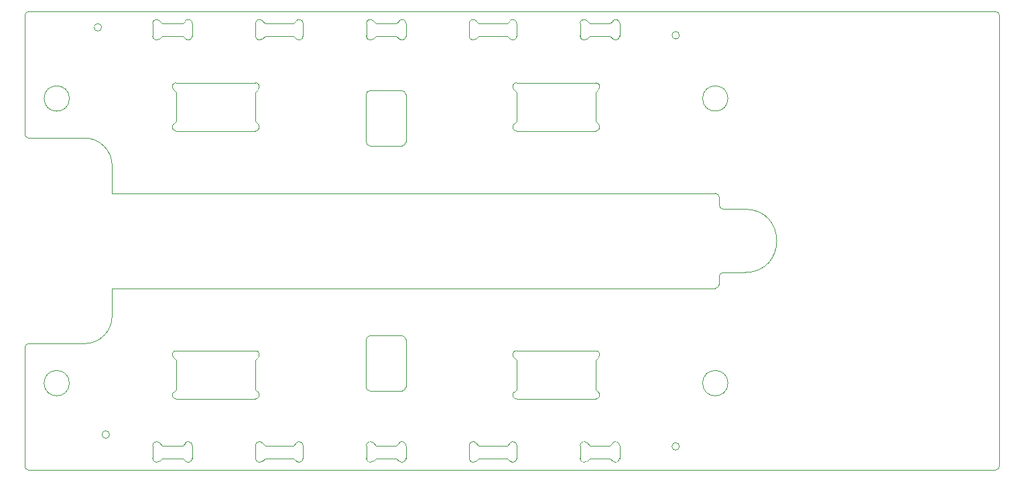
<source format=gm1>
G04 #@! TF.GenerationSoftware,KiCad,Pcbnew,(6.0.1-0)*
G04 #@! TF.CreationDate,2022-03-09T19:17:37+09:00*
G04 #@! TF.ProjectId,photo-single,70686f74-6f2d-4736-996e-676c652e6b69,rev?*
G04 #@! TF.SameCoordinates,Original*
G04 #@! TF.FileFunction,Profile,NP*
%FSLAX46Y46*%
G04 Gerber Fmt 4.6, Leading zero omitted, Abs format (unit mm)*
G04 Created by KiCad (PCBNEW (6.0.1-0)) date 2022-03-09 19:17:37*
%MOMM*%
%LPD*%
G01*
G04 APERTURE LIST*
G04 #@! TA.AperFunction,Profile*
%ADD10C,0.100000*%
G04 #@! TD*
G04 APERTURE END LIST*
D10*
X173600000Y-82000000D02*
G75*
G03*
X173600000Y-82000000I-1600000J0D01*
G01*
X90400000Y-82000000D02*
G75*
G03*
X90400000Y-82000000I-1600000J0D01*
G01*
X119060497Y-74455302D02*
X118706944Y-74101749D01*
X156899050Y-84894642D02*
X157252604Y-85248195D01*
X104706944Y-74101749D02*
X102121157Y-74101749D01*
X103899050Y-80001749D02*
X113899050Y-80001749D01*
X115121157Y-74101749D02*
X114767604Y-74455302D01*
X156899050Y-81208855D02*
X156899050Y-84894642D01*
X156899050Y-86101750D02*
G75*
G03*
X157252604Y-85248195I0J500001D01*
G01*
X105060497Y-74455302D02*
X104706944Y-74101749D01*
X114252603Y-80855302D02*
G75*
G03*
X113899050Y-80001749I-353552J353554D01*
G01*
X141767603Y-72148196D02*
G75*
G03*
X140914050Y-72501749I-353554J-353552D01*
G01*
X119914050Y-72501749D02*
X119914050Y-74101749D01*
X102121157Y-74101749D02*
X101767604Y-74455302D01*
X129121157Y-72501749D02*
X131706944Y-72501749D01*
X128767604Y-72148195D02*
X129121157Y-72501749D01*
X101767604Y-72148195D02*
X102121157Y-72501749D01*
X115121157Y-72501749D02*
X118706944Y-72501749D01*
X113899050Y-86101749D02*
X103899050Y-86101749D01*
X156121157Y-74101749D02*
X155767604Y-74455302D01*
X104706944Y-72501749D02*
X105060497Y-72148195D01*
X155767603Y-72148196D02*
G75*
G03*
X154914050Y-72501749I-353554J-353552D01*
G01*
X118706944Y-74101749D02*
X115121157Y-74101749D01*
X103899050Y-80001750D02*
G75*
G03*
X103545497Y-80855302I0J-499999D01*
G01*
X146914050Y-72501749D02*
X146914050Y-74101749D01*
X159914049Y-72501750D02*
G75*
G03*
X159060497Y-72148195I-499999J2D01*
G01*
X207399000Y-71000000D02*
X85264000Y-71000000D01*
X156121157Y-72501749D02*
X158706944Y-72501749D01*
X113899050Y-81208855D02*
X113899050Y-84894642D01*
X140914050Y-74101749D02*
X140914050Y-72501749D01*
X146060497Y-74455302D02*
X145706944Y-74101749D01*
X119060497Y-74455302D02*
G75*
G03*
X119914050Y-74101749I353554J353552D01*
G01*
X142121157Y-72501749D02*
X145706944Y-72501749D01*
X159060497Y-74455302D02*
X158706944Y-74101749D01*
X100914050Y-74101750D02*
G75*
G03*
X101767604Y-74455302I500000J1D01*
G01*
X101767603Y-72148196D02*
G75*
G03*
X100914050Y-72501749I-353554J-353552D01*
G01*
X102121157Y-72501749D02*
X104706944Y-72501749D01*
X141767604Y-72148195D02*
X142121157Y-72501749D01*
X103899050Y-84894642D02*
X103899050Y-81208855D01*
X132914049Y-72501750D02*
G75*
G03*
X132060497Y-72148195I-499999J2D01*
G01*
X158706944Y-72501749D02*
X159060497Y-72148195D01*
X146545497Y-85248195D02*
X146899050Y-84894642D01*
X155767604Y-72148195D02*
X156121157Y-72501749D01*
X105914049Y-72501750D02*
G75*
G03*
X105060497Y-72148195I-499999J2D01*
G01*
X140914050Y-74101750D02*
G75*
G03*
X141767604Y-74455302I500000J1D01*
G01*
X100914050Y-74101749D02*
X100914050Y-72501749D01*
X114252604Y-80855302D02*
X113899050Y-81208855D01*
X154914050Y-74101750D02*
G75*
G03*
X155767604Y-74455302I500000J1D01*
G01*
X158706944Y-74101749D02*
X156121157Y-74101749D01*
X103545497Y-85248196D02*
G75*
G03*
X103899050Y-86101749I353552J-353554D01*
G01*
X142121157Y-74101749D02*
X141767604Y-74455302D01*
X146545497Y-85248196D02*
G75*
G03*
X146899050Y-86101749I353552J-353554D01*
G01*
X113899050Y-86101750D02*
G75*
G03*
X114252604Y-85248195I0J500001D01*
G01*
X154914050Y-74101749D02*
X154914050Y-72501749D01*
X103899050Y-81208855D02*
X103545497Y-80855302D01*
X103545497Y-85248195D02*
X103899050Y-84894642D01*
X113899050Y-84894642D02*
X114252604Y-85248195D01*
X146914049Y-72501750D02*
G75*
G03*
X146060497Y-72148195I-499999J2D01*
G01*
X145706944Y-74101749D02*
X142121157Y-74101749D01*
X156899050Y-86101749D02*
X146899050Y-86101749D01*
X131706944Y-72501749D02*
X132060497Y-72148195D01*
X95800000Y-94000000D02*
X172000000Y-94000000D01*
X113914050Y-74101749D02*
X113914050Y-72501749D01*
X145706944Y-72501749D02*
X146060497Y-72148195D01*
X146899050Y-81208855D02*
X146545497Y-80855302D01*
X159914050Y-72501749D02*
X159914050Y-74101749D01*
X146899050Y-84894642D02*
X146899050Y-81208855D01*
X114767603Y-72148196D02*
G75*
G03*
X113914050Y-72501749I-353554J-353552D01*
G01*
X132060497Y-74455302D02*
G75*
G03*
X132914050Y-74101749I353554J353552D01*
G01*
X105060497Y-74455302D02*
G75*
G03*
X105914050Y-74101749I353554J353552D01*
G01*
X95800000Y-90500000D02*
X95800000Y-94000000D01*
X159060497Y-74455302D02*
G75*
G03*
X159914050Y-74101749I353554J353552D01*
G01*
X105914050Y-72501749D02*
X105914050Y-74101749D01*
X146899050Y-80001750D02*
G75*
G03*
X146545497Y-80855302I0J-499999D01*
G01*
X113914050Y-74101750D02*
G75*
G03*
X114767604Y-74455302I500000J1D01*
G01*
X114767604Y-72148195D02*
X115121157Y-72501749D01*
X132914050Y-72501749D02*
X132914050Y-74101749D01*
X127914050Y-74101750D02*
G75*
G03*
X128767604Y-74455302I500000J1D01*
G01*
X146060497Y-74455302D02*
G75*
G03*
X146914050Y-74101749I353554J353552D01*
G01*
X127914050Y-74101749D02*
X127914050Y-72501749D01*
X128767603Y-72148196D02*
G75*
G03*
X127914050Y-72501749I-353554J-353552D01*
G01*
X119914049Y-72501750D02*
G75*
G03*
X119060497Y-72148195I-499999J2D01*
G01*
X129121157Y-74101749D02*
X128767604Y-74455302D01*
X157252603Y-80855302D02*
G75*
G03*
X156899050Y-80001749I-353552J353554D01*
G01*
X118706944Y-72501749D02*
X119060497Y-72148195D01*
X131706944Y-74101749D02*
X129121157Y-74101749D01*
X157252604Y-80855302D02*
X156899050Y-81208855D01*
X132060497Y-74455302D02*
X131706944Y-74101749D01*
X95800000Y-90500000D02*
G75*
G03*
X92300000Y-87000000I-3499999J1D01*
G01*
X92300000Y-87000000D02*
X85264000Y-87000000D01*
X90400000Y-118000000D02*
G75*
G03*
X90400000Y-118000000I-1600000J0D01*
G01*
X132400000Y-119000000D02*
G75*
G03*
X132900000Y-118500000I-1J500001D01*
G01*
X127900000Y-118500000D02*
G75*
G03*
X128400000Y-119000000I500001J1D01*
G01*
X132400000Y-119000000D02*
X128400000Y-119000000D01*
X127900000Y-118500000D02*
X127900000Y-112500000D01*
X132900000Y-118500000D02*
X132900000Y-112500000D01*
X132900000Y-81500000D02*
G75*
G03*
X132400000Y-81000000I-500001J-1D01*
G01*
X128400000Y-81000000D02*
X132400000Y-81000000D01*
X132400000Y-88000000D02*
G75*
G03*
X132900000Y-87500000I-1J500001D01*
G01*
X132900000Y-87500000D02*
X132900000Y-81500000D01*
X132400000Y-88000000D02*
X128400000Y-88000000D01*
X127900000Y-87500000D02*
X127900000Y-81500000D01*
X128400000Y-81000000D02*
G75*
G03*
X127900000Y-81500000I1J-500001D01*
G01*
X94475000Y-73000000D02*
G75*
G03*
X94475000Y-73000000I-475000J0D01*
G01*
X167475000Y-74000000D02*
G75*
G03*
X167475000Y-74000000I-475000J0D01*
G01*
X167475000Y-126000000D02*
G75*
G03*
X167475000Y-126000000I-475000J0D01*
G01*
X95475000Y-124500000D02*
G75*
G03*
X95475000Y-124500000I-475000J0D01*
G01*
X84764000Y-86500000D02*
G75*
G03*
X85264000Y-87000000I500001J1D01*
G01*
X85264000Y-113000000D02*
G75*
G03*
X84764000Y-113500000I1J-500001D01*
G01*
X172500000Y-94500000D02*
G75*
G03*
X172000000Y-94000000I-500001J-1D01*
G01*
X172000000Y-106000000D02*
G75*
G03*
X172500000Y-105500000I-1J500001D01*
G01*
X156899050Y-80001749D02*
X146899050Y-80001749D01*
X172500000Y-95500000D02*
G75*
G03*
X173000000Y-96000000I500001J1D01*
G01*
X173000000Y-104000000D02*
G75*
G03*
X172500000Y-104500000I1J-500001D01*
G01*
X172500000Y-94500000D02*
X172500000Y-95500000D01*
X172500000Y-104500000D02*
X172500000Y-105500000D01*
X127900000Y-87500000D02*
G75*
G03*
X128400000Y-88000000I500001J1D01*
G01*
X129121157Y-127498251D02*
X131706944Y-127498251D01*
X95800000Y-109500000D02*
X95800000Y-106000000D01*
X103545497Y-114751805D02*
X103899050Y-115105358D01*
X115121157Y-125898251D02*
X114767604Y-125544698D01*
X140914050Y-127498251D02*
G75*
G03*
X141767603Y-127851804I500000J1D01*
G01*
X146060497Y-125544698D02*
X145706944Y-125898251D01*
X156899050Y-118791145D02*
X156899050Y-115105358D01*
X114252604Y-114751805D02*
G75*
G03*
X113899050Y-113898250I-353554J353554D01*
G01*
X128767604Y-125544698D02*
G75*
G03*
X127914050Y-125898250I-353554J-353553D01*
G01*
X119914050Y-127498251D02*
X119914050Y-125898251D01*
X85264000Y-71000000D02*
G75*
G03*
X84764000Y-71500000I1J-500001D01*
G01*
X113914050Y-125898251D02*
X113914050Y-127498251D01*
X101767604Y-127851805D02*
X102121157Y-127498251D01*
X156899050Y-115105358D02*
X157252604Y-114751805D01*
X156899050Y-113898251D02*
X146899050Y-113898251D01*
X113899050Y-119998251D02*
G75*
G03*
X114252603Y-119144698I-1J500000D01*
G01*
X131706944Y-127498251D02*
X132060497Y-127851805D01*
X103899050Y-119998251D02*
X113899050Y-119998251D01*
X105914050Y-127498251D02*
X105914050Y-125898251D01*
X173000000Y-96000000D02*
X175764000Y-96000000D01*
X146545497Y-119144698D02*
G75*
G03*
X146899050Y-119998250I353553J-353553D01*
G01*
X145706944Y-125898251D02*
X142121157Y-125898251D01*
X128400000Y-112000000D02*
G75*
G03*
X127900000Y-112500000I1J-500001D01*
G01*
X119060497Y-125544698D02*
X118706944Y-125898251D01*
X146914050Y-127498251D02*
X146914050Y-125898251D01*
X119060497Y-127851805D02*
G75*
G03*
X119914050Y-127498250I353553J353554D01*
G01*
X156121157Y-127498251D02*
X158706944Y-127498251D01*
X207899000Y-128500000D02*
X207899000Y-71500000D01*
X92300000Y-113000000D02*
G75*
G03*
X95800000Y-109500000I1J3499999D01*
G01*
X103899050Y-118791145D02*
X103545497Y-119144698D01*
X156121157Y-125898251D02*
X155767604Y-125544698D01*
X113899050Y-113898251D02*
X103899050Y-113898251D01*
X129121157Y-125898251D02*
X128767604Y-125544698D01*
X155767604Y-127851805D02*
X156121157Y-127498251D01*
X105060497Y-127851805D02*
G75*
G03*
X105914050Y-127498250I353553J353554D01*
G01*
X146899050Y-115105358D02*
X146899050Y-118791145D01*
X101767604Y-125544698D02*
G75*
G03*
X100914050Y-125898250I-353554J-353553D01*
G01*
X146545497Y-114751805D02*
X146899050Y-115105358D01*
X114252604Y-119144698D02*
X113899050Y-118791145D01*
X175764000Y-104000000D02*
G75*
G03*
X175764000Y-96000000I0J4000000D01*
G01*
X173600000Y-118000000D02*
G75*
G03*
X173600000Y-118000000I-1600000J0D01*
G01*
X141767604Y-127851805D02*
X142121157Y-127498251D01*
X159060497Y-127851805D02*
G75*
G03*
X159914050Y-127498250I353553J353554D01*
G01*
X207399000Y-129000000D02*
X85264000Y-129000000D01*
X159914050Y-125898251D02*
G75*
G03*
X159060497Y-125544698I-500000J-1D01*
G01*
X173000000Y-104000000D02*
X175764000Y-104000000D01*
X92300000Y-113000000D02*
X85264000Y-113000000D01*
X114767604Y-125544698D02*
G75*
G03*
X113914050Y-125898250I-353554J-353553D01*
G01*
X159060497Y-125544698D02*
X158706944Y-125898251D01*
X146060497Y-127851805D02*
G75*
G03*
X146914050Y-127498250I353553J353554D01*
G01*
X157252604Y-119144698D02*
X156899050Y-118791145D01*
X113899050Y-118791145D02*
X113899050Y-115105358D01*
X105060497Y-125544698D02*
X104706944Y-125898251D01*
X146914050Y-125898251D02*
G75*
G03*
X146060497Y-125544698I-500000J-1D01*
G01*
X132060497Y-125544698D02*
X131706944Y-125898251D01*
X118706944Y-127498251D02*
X119060497Y-127851805D01*
X103899050Y-115105358D02*
X103899050Y-118791145D01*
X158706944Y-125898251D02*
X156121157Y-125898251D01*
X141767604Y-125544698D02*
G75*
G03*
X140914050Y-125898250I-353554J-353553D01*
G01*
X115121157Y-127498251D02*
X118706944Y-127498251D01*
X154914050Y-125898251D02*
X154914050Y-127498251D01*
X103899050Y-113898251D02*
G75*
G03*
X103545497Y-114751804I1J-500000D01*
G01*
X131706944Y-125898251D02*
X129121157Y-125898251D01*
X128767604Y-127851805D02*
X129121157Y-127498251D01*
X128400000Y-112000000D02*
X132400000Y-112000000D01*
X118706944Y-125898251D02*
X115121157Y-125898251D01*
X119914050Y-125898251D02*
G75*
G03*
X119060497Y-125544698I-500000J-1D01*
G01*
X127914050Y-127498251D02*
G75*
G03*
X128767603Y-127851804I500000J1D01*
G01*
X158706944Y-127498251D02*
X159060497Y-127851805D01*
X84764000Y-128500000D02*
X84764000Y-113500000D01*
X132900000Y-112500000D02*
G75*
G03*
X132400000Y-112000000I-500001J-1D01*
G01*
X95800000Y-106000000D02*
X172000000Y-106000000D01*
X207899000Y-71500000D02*
G75*
G03*
X207399000Y-71000000I-500001J-1D01*
G01*
X159914050Y-127498251D02*
X159914050Y-125898251D01*
X142121157Y-125898251D02*
X141767604Y-125544698D01*
X142121157Y-127498251D02*
X145706944Y-127498251D01*
X104706944Y-125898251D02*
X102121157Y-125898251D01*
X100914050Y-125898251D02*
X100914050Y-127498251D01*
X105914050Y-125898251D02*
G75*
G03*
X105060497Y-125544698I-500000J-1D01*
G01*
X100914050Y-127498251D02*
G75*
G03*
X101767603Y-127851804I500000J1D01*
G01*
X84764000Y-71500000D02*
X84764000Y-86500000D01*
X102121157Y-125898251D02*
X101767604Y-125544698D01*
X132914050Y-125898251D02*
G75*
G03*
X132060497Y-125544698I-500000J-1D01*
G01*
X127914050Y-125898251D02*
X127914050Y-127498251D01*
X146899050Y-119998251D02*
X156899050Y-119998251D01*
X102121157Y-127498251D02*
X104706944Y-127498251D01*
X145706944Y-127498251D02*
X146060497Y-127851805D01*
X157252604Y-114751805D02*
G75*
G03*
X156899050Y-113898250I-353554J353554D01*
G01*
X140914050Y-125898251D02*
X140914050Y-127498251D01*
X84764000Y-128500000D02*
G75*
G03*
X85264000Y-129000000I500001J1D01*
G01*
X146899050Y-118791145D02*
X146545497Y-119144698D01*
X132060497Y-127851805D02*
G75*
G03*
X132914050Y-127498250I353553J353554D01*
G01*
X156899050Y-119998251D02*
G75*
G03*
X157252603Y-119144698I-1J500000D01*
G01*
X154914050Y-127498251D02*
G75*
G03*
X155767603Y-127851804I500000J1D01*
G01*
X207399000Y-129000000D02*
G75*
G03*
X207899000Y-128500000I-1J500001D01*
G01*
X155767604Y-125544698D02*
G75*
G03*
X154914050Y-125898250I-353554J-353553D01*
G01*
X146899050Y-113898251D02*
G75*
G03*
X146545497Y-114751804I1J-500000D01*
G01*
X104706944Y-127498251D02*
X105060497Y-127851805D01*
X113914050Y-127498251D02*
G75*
G03*
X114767603Y-127851804I500000J1D01*
G01*
X113899050Y-115105358D02*
X114252604Y-114751805D01*
X103545497Y-119144698D02*
G75*
G03*
X103899050Y-119998250I353553J-353553D01*
G01*
X114767604Y-127851805D02*
X115121157Y-127498251D01*
X132914050Y-127498251D02*
X132914050Y-125898251D01*
M02*

</source>
